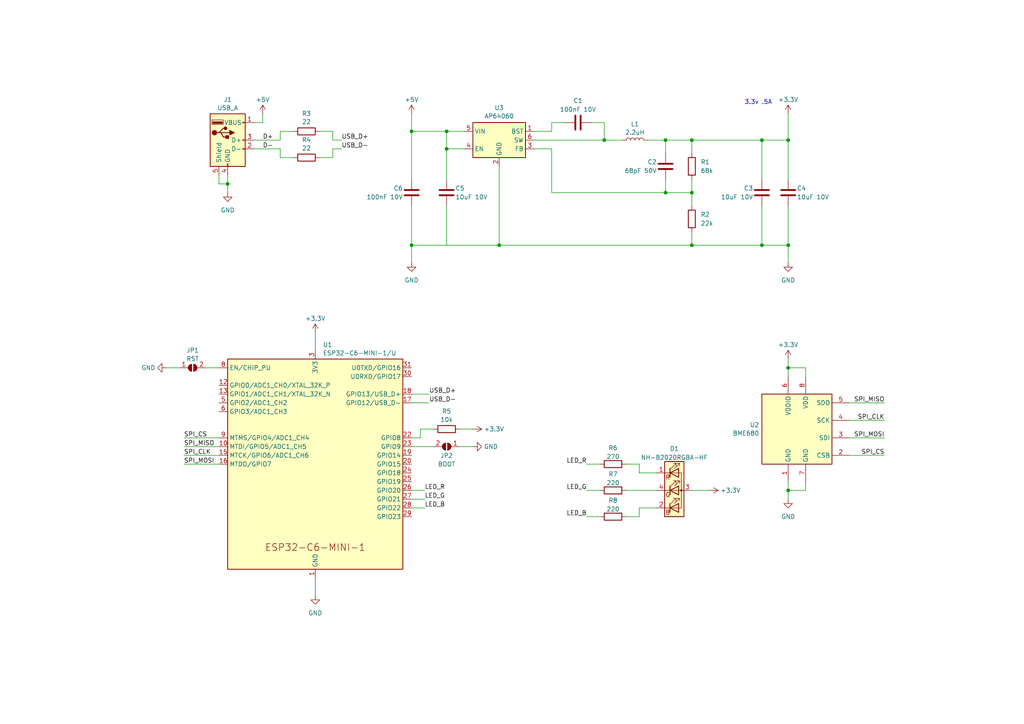
<source format=kicad_sch>
(kicad_sch (version 20230121) (generator eeschema)
  (paper "A4")
  (lib_symbols
    (symbol "Connector:USB_A" (pin_names (offset 1.016))
      (property "Reference" "J" (at -5.08 11.43 0))
      (property "Value" "USB_A" (at -5.08 8.89 0))
      (symbol "USB_A_0_1"
        (rectangle (start -5.08 -7.62) (end 5.08 7.62) (stroke (width 0.254)) (fill (type background)))
        (circle (center -3.81 2.159) (radius 0.635) (stroke (width 0.254)) (fill (type outline)))
        (rectangle (start -1.524 4.826) (end -4.318 5.334) (fill (type outline)))
        (rectangle (start -1.27 4.572) (end -4.572 5.842))
        (circle (center -0.635 3.429) (radius 0.381) (stroke (width 0.254)) (fill (type outline)))
        (rectangle (start -0.127 -7.62) (end 0.127 -6.858))
        (polyline (pts (xy -3.175 2.159) (xy -2.54 2.159) (xy -1.27 3.429) (xy -0.635 3.429)) (stroke (width 0.254)))
        (polyline (pts (xy -2.54 2.159) (xy -1.905 2.159) (xy -1.27 0.889) (xy 0 0.889)) (stroke (width 0.254)))
        (polyline (pts (xy 0.635 2.794) (xy 0.635 1.524) (xy 1.905 2.159) (xy 0.635 2.794)) (stroke (width 0.254)) (fill (type outline)))
        (rectangle (start 0.254 1.27) (end -0.508 0.508) (stroke (width 0.254)) (fill (type outline)))
        (rectangle (start 5.08 -2.667) (end 4.318 -2.413))
        (rectangle (start 5.08 -0.127) (end 4.318 0.127))
        (rectangle (start 5.08 4.953) (end 4.318 5.207))
      )
      (symbol "USB_A_1_1"
        (polyline (pts (xy -1.905 2.159) (xy 0.635 2.159)) (stroke (width 0.254)))
        (pin power_in line (at 7.62 5.08 180) (length 2.54) (name "VBUS") (number "1"))
        (pin bidirectional line (at 7.62 -2.54 180) (length 2.54) (name "D-") (number "2"))
        (pin bidirectional line (at 7.62 0 180) (length 2.54) (name "D+") (number "3"))
        (pin power_in line (at 0 -10.16 90) (length 2.54) (name "GND") (number "4"))
        (pin passive line (at -2.54 -10.16 90) (length 2.54) (name "Shield") (number "5"))
      )
    )
    (symbol "Device:C" (pin_numbers hide) (pin_names (offset 0.254))
      (property "Reference" "C" (at 0.635 2.54 0))
      (property "Value" "C" (at 0.635 -2.54 0))
      (symbol "C_0_1"
        (polyline (pts (xy -2.032 -0.762) (xy 2.032 -0.762)) (stroke (width 0.508)))
        (polyline (pts (xy -2.032 0.762) (xy 2.032 0.762)) (stroke (width 0.508)))
      )
      (symbol "C_1_1"
        (pin passive line (at 0 3.81 270) (length 2.794) (name "~") (number "1"))
        (pin passive line (at 0 -3.81 90) (length 2.794) (name "~") (number "2"))
      )
    )
    (symbol "Device:L" (pin_numbers hide) (pin_names (offset 1.016) hide)
      (property "Reference" "L" (at -1.27 0 90))
      (property "Value" "L" (at 1.905 0 90))
      (symbol "L_0_1"
        (arc (start 0 -2.54) (mid 0.6323 -1.905) (end 0 -1.27))
        (arc (start 0 -1.27) (mid 0.6323 -0.635) (end 0 0))
        (arc (start 0 0) (mid 0.6323 0.635) (end 0 1.27))
        (arc (start 0 1.27) (mid 0.6323 1.905) (end 0 2.54))
      )
      (symbol "L_1_1"
        (pin passive line (at 0 3.81 270) (length 1.27) (name "1") (number "1"))
        (pin passive line (at 0 -3.81 90) (length 1.27) (name "2") (number "2"))
      )
    )
    (symbol "Device:LED_RBAG" (pin_names (offset 0) hide)
      (property "Reference" "D" (at 0 9.398 0))
      (property "Value" "LED_RBAG" (at 0 -8.89 0))
      (symbol "LED_RBAG_0_0"
        (text "B" (at -1.905 -6.35 0) (effects (font (size 1.27 1.27))))
        (text "G" (at -1.905 -1.27 0) (effects (font (size 1.27 1.27))))
        (text "R" (at -1.905 3.81 0) (effects (font (size 1.27 1.27))))
      )
      (symbol "LED_RBAG_0_1"
        (polyline (pts (xy -1.27 -5.08) (xy -2.54 -5.08)))
        (polyline (pts (xy -1.27 -5.08) (xy 1.27 -5.08)))
        (polyline (pts (xy -1.27 -3.81) (xy -1.27 -6.35)) (stroke (width 0.254)))
        (polyline (pts (xy -1.27 0) (xy -2.54 0)))
        (polyline (pts (xy -1.27 1.27) (xy -1.27 -1.27)) (stroke (width 0.254)))
        (polyline (pts (xy -1.27 5.08) (xy -2.54 5.08)))
        (polyline (pts (xy -1.27 5.08) (xy 1.27 5.08)))
        (polyline (pts (xy -1.27 6.35) (xy -1.27 3.81)) (stroke (width 0.254)))
        (polyline (pts (xy 1.27 0) (xy -1.27 0)))
        (polyline (pts (xy 1.27 0) (xy 2.54 0)))
        (polyline (pts (xy -1.27 1.27) (xy -1.27 -1.27) (xy -1.27 -1.27)))
        (polyline (pts (xy -1.27 6.35) (xy -1.27 3.81) (xy -1.27 3.81)))
        (polyline (pts (xy 1.27 -5.08) (xy 2.032 -5.08) (xy 2.032 5.08) (xy 1.27 5.08)))
        (polyline (pts (xy 1.27 -3.81) (xy 1.27 -6.35) (xy -1.27 -5.08) (xy 1.27 -3.81)) (stroke (width 0.254)))
        (polyline (pts (xy 1.27 1.27) (xy 1.27 -1.27) (xy -1.27 0) (xy 1.27 1.27)) (stroke (width 0.254)))
        (polyline (pts (xy 1.27 6.35) (xy 1.27 3.81) (xy -1.27 5.08) (xy 1.27 6.35)) (stroke (width 0.254)))
        (polyline (pts (xy -1.016 -3.81) (xy 0.508 -2.286) (xy -0.254 -2.286) (xy 0.508 -2.286) (xy 0.508 -3.048)))
        (polyline (pts (xy -1.016 1.27) (xy 0.508 2.794) (xy -0.254 2.794) (xy 0.508 2.794) (xy 0.508 2.032)))
        (polyline (pts (xy -1.016 6.35) (xy 0.508 7.874) (xy -0.254 7.874) (xy 0.508 7.874) (xy 0.508 7.112)))
        (polyline (pts (xy 0 -3.81) (xy 1.524 -2.286) (xy 0.762 -2.286) (xy 1.524 -2.286) (xy 1.524 -3.048)))
        (polyline (pts (xy 0 1.27) (xy 1.524 2.794) (xy 0.762 2.794) (xy 1.524 2.794) (xy 1.524 2.032)))
        (polyline (pts (xy 0 6.35) (xy 1.524 7.874) (xy 0.762 7.874) (xy 1.524 7.874) (xy 1.524 7.112)))
        (rectangle (start 1.27 -1.27) (end 1.27 1.27))
        (rectangle (start 1.27 1.27) (end 1.27 1.27))
        (rectangle (start 1.27 3.81) (end 1.27 6.35))
        (rectangle (start 1.27 6.35) (end 1.27 6.35))
        (circle (center 2.032 0) (radius 0.254) (fill (type outline)))
        (rectangle (start 2.794 8.382) (end -2.794 -7.62) (stroke (width 0.254)) (fill (type background)))
      )
      (symbol "LED_RBAG_1_1"
        (pin passive line (at -5.08 5.08 0) (length 2.54) (name "RK") (number "1"))
        (pin passive line (at -5.08 -5.08 0) (length 2.54) (name "BK") (number "2"))
        (pin passive line (at 5.08 0 180) (length 2.54) (name "A") (number "3"))
        (pin passive line (at -5.08 0 0) (length 2.54) (name "GK") (number "4"))
      )
    )
    (symbol "Device:R" (pin_numbers hide) (pin_names (offset 0))
      (property "Reference" "R" (at 2.032 0 90))
      (property "Value" "R" (at 0 0 90))
      (symbol "R_0_1"
        (rectangle (start -1.016 -2.54) (end 1.016 2.54) (stroke (width 0.254)))
      )
      (symbol "R_1_1"
        (pin passive line (at 0 3.81 270) (length 1.27) (name "~") (number "1"))
        (pin passive line (at 0 -3.81 90) (length 1.27) (name "~") (number "2"))
      )
    )
    (symbol "Jumper:SolderJumper_2_Open" (pin_names (offset 0) hide)
      (property "Reference" "JP" (at 0 2.032 0))
      (property "Value" "SolderJumper_2_Open" (at 0 -2.54 0))
      (symbol "SolderJumper_2_Open_0_1"
        (arc (start -0.254 1.016) (mid -1.2656 0) (end -0.254 -1.016))
        (arc (start -0.254 1.016) (mid -1.2656 0) (end -0.254 -1.016) (fill (type outline)))
        (polyline (pts (xy -0.254 1.016) (xy -0.254 -1.016)))
        (polyline (pts (xy 0.254 1.016) (xy 0.254 -1.016)))
        (arc (start 0.254 -1.016) (mid 1.2656 0) (end 0.254 1.016))
        (arc (start 0.254 -1.016) (mid 1.2656 0) (end 0.254 1.016) (fill (type outline)))
      )
      (symbol "SolderJumper_2_Open_1_1"
        (pin passive line (at -3.81 0 0) (length 2.54) (name "A") (number "1"))
        (pin passive line (at 3.81 0 180) (length 2.54) (name "B") (number "2"))
      )
    )
    (symbol "PCM_Espressif:ESP32-C6-MINI-1/U"
      (property "Reference" "U" (at -25.4 35.56 0))
      (property "Value" "ESP32-C6-MINI-1/U" (at -25.4 33.02 0))
      (symbol "ESP32-C6-MINI-1/U_0_0"
        (text "ESP32-C6-MINI-1" (at 0 -24.13 0) (effects (font (size 2 2))))
      )
      (symbol "ESP32-C6-MINI-1/U_0_1"
        (rectangle (start -25.4 30.48) (end 25.4 -30.48) (stroke (width 0.254)) (fill (type background)))
      )
      (symbol "ESP32-C6-MINI-1/U_1_1"
        (pin power_in line (at 0 -33.02 90) (length 2.54) (name "GND") (number "1"))
        (pin bidirectional line (at -27.94 5.08 0) (length 2.54) (name "MTDI/GPIO5/ADC1_CH5") (number "10"))
        (pin passive line (at 0 -33.02 90) (length 2.54) hide (name "GND") (number "11"))
        (pin bidirectional line (at -27.94 22.86 0) (length 2.54) (name "GPIO0/ADC1_CH0/XTAL_32K_P") (number "12"))
        (pin bidirectional line (at -27.94 20.32 0) (length 2.54) (name "GPIO1/ADC1_CH1/XTAL_32K_N") (number "13"))
        (pin passive line (at 0 -33.02 90) (length 2.54) hide (name "GND") (number "14"))
        (pin bidirectional line (at -27.94 2.54 0) (length 2.54) (name "MTCK/GPIO6/ADC1_CH6") (number "15"))
        (pin bidirectional line (at -27.94 0 0) (length 2.54) (name "MTDO/GPIO7") (number "16"))
        (pin bidirectional line (at 27.94 17.78 180) (length 2.54) (name "GPIO12/USB_D-") (number "17"))
        (pin bidirectional line (at 27.94 20.32 180) (length 2.54) (name "GPIO13/USB_D+") (number "18"))
        (pin bidirectional line (at 27.94 2.54 180) (length 2.54) (name "GPIO14") (number "19"))
        (pin passive line (at 0 -33.02 90) (length 2.54) hide (name "GND") (number "2"))
        (pin bidirectional line (at 27.94 0 180) (length 2.54) (name "GPIO15") (number "20"))
        (pin no_connect line (at -25.4 -10.16 0) (length 2.54) hide (name "NC") (number "21"))
        (pin bidirectional line (at 27.94 7.62 180) (length 2.54) (name "GPIO8") (number "22"))
        (pin bidirectional line (at 27.94 5.08 180) (length 2.54) (name "GPIO9") (number "23"))
        (pin bidirectional line (at 27.94 -2.54 180) (length 2.54) (name "GPIO18") (number "24"))
        (pin bidirectional line (at 27.94 -5.08 180) (length 2.54) (name "GPIO19") (number "25"))
        (pin bidirectional line (at 27.94 -7.62 180) (length 2.54) (name "GPIO20") (number "26"))
        (pin bidirectional line (at 27.94 -10.16 180) (length 2.54) (name "GPIO21") (number "27"))
        (pin bidirectional line (at 27.94 -12.7 180) (length 2.54) (name "GPIO22") (number "28"))
        (pin bidirectional line (at 27.94 -15.24 180) (length 2.54) (name "GPIO23") (number "29"))
        (pin power_in line (at 0 33.02 270) (length 2.54) (name "3V3") (number "3"))
        (pin bidirectional line (at 27.94 25.4 180) (length 2.54) (name "U0RXD/GPIO17") (number "30"))
        (pin bidirectional line (at 27.94 27.94 180) (length 2.54) (name "U0TXD/GPIO16") (number "31"))
        (pin no_connect line (at -25.4 -12.7 0) (length 2.54) hide (name "NC") (number "32"))
        (pin no_connect line (at -25.4 -15.24 0) (length 2.54) hide (name "NC") (number "33"))
        (pin no_connect line (at -25.4 -17.78 0) (length 2.54) hide (name "NC") (number "34"))
        (pin no_connect line (at -25.4 -20.32 0) (length 2.54) hide (name "NC") (number "35"))
        (pin passive line (at 0 -33.02 90) (length 2.54) hide (name "GND") (number "36"))
        (pin passive line (at 0 -33.02 90) (length 2.54) hide (name "GND") (number "37"))
        (pin passive line (at 0 -33.02 90) (length 2.54) hide (name "GND") (number "38"))
        (pin passive line (at 0 -33.02 90) (length 2.54) hide (name "GND") (number "39"))
        (pin no_connect line (at -25.4 -5.08 0) (length 2.54) hide (name "NC") (number "4"))
        (pin passive line (at 0 -33.02 90) (length 2.54) hide (name "GND") (number "40"))
        (pin passive line (at 0 -33.02 90) (length 2.54) hide (name "GND") (number "41"))
        (pin passive line (at 0 -33.02 90) (length 2.54) hide (name "GND") (number "42"))
        (pin passive line (at 0 -33.02 90) (length 2.54) hide (name "GND") (number "43"))
        (pin passive line (at 0 -33.02 90) (length 2.54) hide (name "GND") (number "44"))
        (pin passive line (at 0 -33.02 90) (length 2.54) hide (name "GND") (number "45"))
        (pin passive line (at 0 -33.02 90) (length 2.54) hide (name "GND") (number "46"))
        (pin passive line (at 0 -33.02 90) (length 2.54) hide (name "GND") (number "47"))
        (pin passive line (at 0 -33.02 90) (length 2.54) hide (name "GND") (number "48"))
        (pin passive line (at 0 -33.02 90) (length 2.54) hide (name "GND") (number "49"))
        (pin bidirectional line (at -27.94 17.78 0) (length 2.54) (name "GPIO2/ADC1_CH2") (number "5"))
        (pin passive line (at 0 -33.02 90) (length 2.54) hide (name "GND") (number "50"))
        (pin passive line (at 0 -33.02 90) (length 2.54) hide (name "GND") (number "51"))
        (pin passive line (at 0 -33.02 90) (length 2.54) hide (name "GND") (number "52"))
        (pin passive line (at 0 -33.02 90) (length 2.54) hide (name "GND") (number "53"))
        (pin bidirectional line (at -27.94 15.24 0) (length 2.54) (name "GPIO3/ADC1_CH3") (number "6"))
        (pin no_connect line (at -25.4 -7.62 0) (length 2.54) hide (name "NC") (number "7"))
        (pin input line (at -27.94 27.94 0) (length 2.54) (name "EN/CHIP_PU") (number "8"))
        (pin bidirectional line (at -27.94 7.62 0) (length 2.54) (name "MTMS/GPIO4/ADC1_CH4") (number "9"))
      )
    )
    (symbol "Sensor:BME680"
      (property "Reference" "U" (at -8.89 11.43 0))
      (property "Value" "BME680" (at 7.62 11.43 0))
      (symbol "BME680_0_1"
        (rectangle (start -10.16 10.16) (end 10.16 -10.16) (stroke (width 0.254)) (fill (type background)))
      )
      (symbol "BME680_1_1"
        (pin power_in line (at -2.54 -15.24 90) (length 5.08) (name "GND") (number "1"))
        (pin input line (at 15.24 -7.62 180) (length 5.08) (name "CSB") (number "2"))
        (pin bidirectional line (at 15.24 -2.54 180) (length 5.08) (name "SDI") (number "3"))
        (pin input line (at 15.24 2.54 180) (length 5.08) (name "SCK") (number "4"))
        (pin bidirectional line (at 15.24 7.62 180) (length 5.08) (name "SDO") (number "5"))
        (pin power_in line (at -2.54 15.24 270) (length 5.08) (name "VDDIO") (number "6"))
        (pin power_in line (at 2.54 -15.24 90) (length 5.08) (name "GND") (number "7"))
        (pin power_in line (at 2.54 15.24 270) (length 5.08) (name "VDD") (number "8"))
      )
    )
    (symbol "power:+3.3V" (power) (pin_names (offset 0))
      (property "Value" "+3.3V" (at 0 3.556 0))
      (symbol "+3.3V_0_1"
        (polyline (pts (xy -0.762 1.27) (xy 0 2.54)))
        (polyline (pts (xy 0 0) (xy 0 2.54)))
        (polyline (pts (xy 0 2.54) (xy 0.762 1.27)))
      )
      (symbol "+3.3V_1_1"
        (pin power_in line (at 0 0 90) (length 0) hide (name "+3.3V") (number "1"))
      )
    )
    (symbol "power:+5V" (power) (pin_names (offset 0))
      (property "Value" "+5V" (at 0 3.556 0))
      (symbol "+5V_0_1"
        (polyline (pts (xy -0.762 1.27) (xy 0 2.54)))
        (polyline (pts (xy 0 0) (xy 0 2.54)))
        (polyline (pts (xy 0 2.54) (xy 0.762 1.27)))
      )
      (symbol "+5V_1_1"
        (pin power_in line (at 0 0 90) (length 0) hide (name "+5V") (number "1"))
      )
    )
    (symbol "power:GND" (power) (pin_names (offset 0))
      (property "Value" "GND" (at 0 -3.81 0))
      (symbol "GND_0_1"
        (polyline (pts (xy 0 0) (xy 0 -1.27) (xy 1.27 -1.27) (xy 0 -2.54) (xy -1.27 -1.27) (xy 0 -1.27)))
      )
      (symbol "GND_1_1"
        (pin power_in line (at 0 0 270) (length 0) hide (name "GND") (number "1"))
      )
    )
    (symbol "qtech:AP64060"
      (property "Reference" "U" (at 0 8.89 0))
      (property "Value" "AP64060" (at 0 6.35 0))
      (symbol "AP64060_0_0"
        (text "" (at 0 5.08 0) (effects (font (size 1.27 1.27))))
      )
      (symbol "AP64060_0_1"
        (rectangle (start -7.62 5.08) (end 7.62 -5.08) (stroke (width 0.254)) (fill (type background)))
      )
      (symbol "AP64060_1_1"
        (pin passive line (at 10.16 2.54 180) (length 2.54) (name "BST") (number "1"))
        (pin power_in line (at 0 -7.62 90) (length 2.54) (name "GND") (number "2"))
        (pin input line (at 10.16 -2.54 180) (length 2.54) (name "FB") (number "3"))
        (pin input line (at -10.16 -2.54 0) (length 2.54) (name "EN") (number "4"))
        (pin power_in line (at -10.16 2.54 0) (length 2.54) (name "VIN") (number "5"))
        (pin output line (at 10.16 0 180) (length 2.54) (name "SW") (number "6"))
      )
    )
  )
  (junction (at 193.04 55.88))
  (junction (at 228.6 71.12))
  (junction (at 220.98 71.12))
  (junction (at 228.6 142.24))
  (junction (at 129.54 38.1))
  (junction (at 220.98 40.64))
  (junction (at 228.6 106.68))
  (junction (at 193.04 40.64))
  (junction (at 66.04 53.34))
  (junction (at 119.38 71.12))
  (junction (at 200.66 55.88))
  (junction (at 119.38 38.1))
  (junction (at 200.66 40.64))
  (junction (at 144.78 71.12))
  (junction (at 200.66 71.12))
  (junction (at 129.54 43.18))
  (junction (at 228.6 40.64))
  (junction (at 175.26 40.64))
  (wire (pts (xy 91.44 96.52) (xy 91.44 101.6)))
  (wire (pts (xy 96.52 38.1) (xy 96.52 40.64)))
  (wire (pts (xy 144.78 48.26) (xy 144.78 71.12)))
  (wire (pts (xy 228.6 59.69) (xy 228.6 71.12)))
  (wire (pts (xy 233.68 106.68) (xy 233.68 109.22)))
  (wire (pts (xy 170.18 142.24) (xy 173.99 142.24)))
  (wire (pts (xy 228.6 76.2) (xy 228.6 71.12)))
  (wire (pts (xy 121.92 127) (xy 121.92 124.46)))
  (wire (pts (xy 81.28 45.72) (xy 81.28 43.18)))
  (wire (pts (xy 228.6 40.64) (xy 228.6 52.07)))
  (wire (pts (xy 171.45 35.56) (xy 175.26 35.56)))
  (wire (pts (xy 81.28 45.72) (xy 85.09 45.72)))
  (wire (pts (xy 154.94 40.64) (xy 175.26 40.64)))
  (wire (pts (xy 63.5 50.8) (xy 63.5 53.34)))
  (wire (pts (xy 256.54 127) (xy 246.38 127)))
  (wire (pts (xy 92.71 45.72) (xy 96.52 45.72)))
  (wire (pts (xy 228.6 144.78) (xy 228.6 142.24)))
  (wire (pts (xy 154.94 43.18) (xy 160.02 43.18)))
  (wire (pts (xy 175.26 35.56) (xy 175.26 40.64)))
  (wire (pts (xy 63.5 53.34) (xy 66.04 53.34)))
  (wire (pts (xy 256.54 116.84) (xy 246.38 116.84)))
  (wire (pts (xy 200.66 55.88) (xy 200.66 52.07)))
  (wire (pts (xy 81.28 43.18) (xy 73.66 43.18)))
  (wire (pts (xy 81.28 40.64) (xy 73.66 40.64)))
  (wire (pts (xy 73.66 35.56) (xy 76.2 35.56)))
  (wire (pts (xy 53.34 132.08) (xy 63.5 132.08)))
  (wire (pts (xy 220.98 40.64) (xy 228.6 40.64)))
  (wire (pts (xy 119.38 38.1) (xy 129.54 38.1)))
  (wire (pts (xy 53.34 134.62) (xy 63.5 134.62)))
  (wire (pts (xy 53.34 127) (xy 63.5 127)))
  (wire (pts (xy 123.19 144.78) (xy 119.38 144.78)))
  (wire (pts (xy 193.04 55.88) (xy 200.66 55.88)))
  (wire (pts (xy 137.16 129.54) (xy 133.35 129.54)))
  (wire (pts (xy 119.38 33.02) (xy 119.38 38.1)))
  (wire (pts (xy 48.26 106.68) (xy 52.07 106.68)))
  (wire (pts (xy 160.02 35.56) (xy 163.83 35.56)))
  (wire (pts (xy 185.42 137.16) (xy 190.5 137.16)))
  (wire (pts (xy 185.42 147.32) (xy 190.5 147.32)))
  (wire (pts (xy 96.52 45.72) (xy 96.52 43.18)))
  (wire (pts (xy 185.42 134.62) (xy 185.42 137.16)))
  (wire (pts (xy 228.6 142.24) (xy 233.68 142.24)))
  (wire (pts (xy 175.26 40.64) (xy 180.34 40.64)))
  (wire (pts (xy 119.38 76.2) (xy 119.38 71.12)))
  (wire (pts (xy 129.54 38.1) (xy 134.62 38.1)))
  (wire (pts (xy 119.38 116.84) (xy 124.46 116.84)))
  (wire (pts (xy 129.54 43.18) (xy 134.62 43.18)))
  (wire (pts (xy 119.38 127) (xy 121.92 127)))
  (wire (pts (xy 133.35 124.46) (xy 137.16 124.46)))
  (wire (pts (xy 119.38 38.1) (xy 119.38 52.07)))
  (wire (pts (xy 256.54 132.08) (xy 246.38 132.08)))
  (wire (pts (xy 119.38 59.69) (xy 119.38 71.12)))
  (wire (pts (xy 53.34 129.54) (xy 63.5 129.54)))
  (wire (pts (xy 185.42 149.86) (xy 185.42 147.32)))
  (wire (pts (xy 200.66 142.24) (xy 205.74 142.24)))
  (wire (pts (xy 91.44 172.72) (xy 91.44 167.64)))
  (wire (pts (xy 220.98 71.12) (xy 200.66 71.12)))
  (wire (pts (xy 220.98 59.69) (xy 220.98 71.12)))
  (wire (pts (xy 119.38 71.12) (xy 144.78 71.12)))
  (wire (pts (xy 228.6 106.68) (xy 233.68 106.68)))
  (wire (pts (xy 181.61 142.24) (xy 190.5 142.24)))
  (wire (pts (xy 200.66 55.88) (xy 200.66 59.69)))
  (wire (pts (xy 200.66 44.45) (xy 200.66 40.64)))
  (wire (pts (xy 160.02 35.56) (xy 160.02 38.1)))
  (wire (pts (xy 193.04 52.07) (xy 193.04 55.88)))
  (wire (pts (xy 228.6 106.68) (xy 228.6 109.22)))
  (wire (pts (xy 170.18 149.86) (xy 173.99 149.86)))
  (wire (pts (xy 123.19 147.32) (xy 119.38 147.32)))
  (wire (pts (xy 181.61 149.86) (xy 185.42 149.86)))
  (wire (pts (xy 187.96 40.64) (xy 193.04 40.64)))
  (wire (pts (xy 59.69 106.68) (xy 63.5 106.68)))
  (wire (pts (xy 125.73 129.54) (xy 119.38 129.54)))
  (wire (pts (xy 220.98 40.64) (xy 220.98 52.07)))
  (wire (pts (xy 228.6 33.02) (xy 228.6 40.64)))
  (wire (pts (xy 200.66 67.31) (xy 200.66 71.12)))
  (wire (pts (xy 193.04 40.64) (xy 200.66 40.64)))
  (wire (pts (xy 66.04 53.34) (xy 66.04 50.8)))
  (wire (pts (xy 144.78 71.12) (xy 200.66 71.12)))
  (wire (pts (xy 154.94 38.1) (xy 160.02 38.1)))
  (wire (pts (xy 129.54 43.18) (xy 129.54 38.1)))
  (wire (pts (xy 170.18 134.62) (xy 173.99 134.62)))
  (wire (pts (xy 160.02 43.18) (xy 160.02 55.88)))
  (wire (pts (xy 256.54 121.92) (xy 246.38 121.92)))
  (wire (pts (xy 233.68 142.24) (xy 233.68 139.7)))
  (wire (pts (xy 121.92 124.46) (xy 125.73 124.46)))
  (wire (pts (xy 123.19 142.24) (xy 119.38 142.24)))
  (wire (pts (xy 181.61 134.62) (xy 185.42 134.62)))
  (wire (pts (xy 92.71 38.1) (xy 96.52 38.1)))
  (wire (pts (xy 129.54 59.69) (xy 129.54 71.12)))
  (wire (pts (xy 96.52 43.18) (xy 99.06 43.18)))
  (wire (pts (xy 200.66 40.64) (xy 220.98 40.64)))
  (wire (pts (xy 228.6 142.24) (xy 228.6 139.7)))
  (wire (pts (xy 228.6 104.14) (xy 228.6 106.68)))
  (wire (pts (xy 76.2 33.02) (xy 76.2 35.56)))
  (wire (pts (xy 193.04 40.64) (xy 193.04 44.45)))
  (wire (pts (xy 119.38 114.3) (xy 124.46 114.3)))
  (wire (pts (xy 129.54 52.07) (xy 129.54 43.18)))
  (wire (pts (xy 81.28 38.1) (xy 81.28 40.64)))
  (wire (pts (xy 96.52 40.64) (xy 99.06 40.64)))
  (wire (pts (xy 66.04 55.88) (xy 66.04 53.34)))
  (wire (pts (xy 228.6 71.12) (xy 220.98 71.12)))
  (wire (pts (xy 160.02 55.88) (xy 193.04 55.88)))
  (wire (pts (xy 81.28 38.1) (xy 85.09 38.1)))
  (text "3.3v .5A" (at 215.9 30.48 0) (effects (font (size 1.27 1.27)) (justify left bottom)))
  (label "SPI_MISO" (at 53.34 129.54 0))
  (label "SPI_CLK" (at 256.54 121.92 180))
  (label "USB_D+" (at 124.46 114.3 0))
  (label "LED_R" (at 123.19 142.24 0))
  (label "SPI_MISO" (at 256.54 116.84 180))
  (label "LED_R" (at 170.18 134.62 180))
  (label "D+" (at 76.2 40.64 0))
  (label "SPI_CS" (at 53.34 127 0))
  (label "SPI_MOSI" (at 256.54 127 180))
  (label "SPI_CS" (at 256.54 132.08 180))
  (label "SPI_MOSI" (at 53.34 134.62 0))
  (label "LED_G" (at 170.18 142.24 180))
  (label "LED_B" (at 170.18 149.86 180))
  (label "SPI_CLK" (at 53.34 132.08 0))
  (label "D-" (at 76.2 43.18 0))
  (label "LED_G" (at 123.19 144.78 0))
  (label "USB_D-" (at 99.06 43.18 0))
  (label "USB_D-" (at 124.46 116.84 0))
  (label "USB_D+" (at 99.06 40.64 0))
  (label "LED_B" (at 123.19 147.32 0))
  (symbol (lib_id "Device:C") (at 119.38 55.88 0) (mirror y) (unit 1)
    (property "Reference" "C6" (at 116.84 54.61 0) (effects (justify left)))
    (property "Value" "100nF 10V" (at 116.84 57.15 0) (effects (justify left)))
    (property "Footprint" "Capacitor_SMD:C_0603_1608Metric" (effects hide))
    (property "Mfr#" "GCM31CR71A226KE02L" (effects hide))
    (property "Digikey" "https://www.digikey.com/en/products/detail/samsung-electro-mechanics/CL10B104KB8NNWC/3887593" (effects hide))
  )
  (symbol (lib_id "Jumper:SolderJumper_2_Open") (at 55.88 106.68 0) (unit 1)
    (property "Reference" "JP1" (at 55.88 101.6 0))
    (property "Value" "RST" (at 55.88 104.0709 0))
    (property "Footprint" "Jumper:SolderJumper-2_P1.3mm_Open_RoundedPad1.0x1.5mm" (effects hide))
    (property "Digikey" "N/A" (effects hide))
  )
  (symbol (lib_id "power:GND") (at 91.44 172.72 0) (unit 1)
    (property "Reference" "#PWR010" (effects hide))
    (property "Value" "GND" (at 91.44 177.8 0))
  )
  (symbol (lib_id "Connector:USB_A") (at 66.04 40.64 0) (unit 1)
    (property "Reference" "J1" (at 66.04 28.8757 0))
    (property "Value" "USB_A" (at 66.04 31.2999 0))
    (property "Footprint" "Connector_PinHeader_1.00mm:PinHeader_1x04_P1.00mm_Vertical" (effects hide))
    (property "Datasheet" " ~" (effects hide))
    (property "Digikey" "https://www.digikey.com/en/products/detail/cui-devices/UP2-AH-1-TH/6187911" (effects hide))
  )
  (symbol (lib_id "Device:R") (at 200.66 48.26 0) (unit 1)
    (property "Reference" "R1" (at 203.2 46.99 0) (effects (justify left)))
    (property "Value" "68k" (at 203.2 49.53 0) (effects (justify left)))
    (property "Footprint" "Resistor_SMD:R_0603_1608Metric" (effects hide))
    (property "Digikey" "https://www.digikey.com/en/products/detail/stackpole-electronics-inc/RMCF0603FT68K0/1760882" (effects hide))
  )
  (symbol (lib_id "PCM_Espressif:ESP32-C6-MINI-1/U") (at 91.44 134.62 0) (unit 1)
    (property "Reference" "U1" (at 93.6341 99.9957 0) (effects (justify left)))
    (property "Value" "ESP32-C6-MINI-1/U" (at 93.6341 102.4199 0) (effects (justify left)))
    (property "Footprint" "PCM_Espressif:ESP32-C6-MINI-1" (effects hide))
    (property "Datasheet" "https://www.espressif.com/sites/default/files/documentation/esp32-c6-mini-1_datasheet_en.pdf" (effects hide))
    (property "Digikey" "https://www.digikey.com/en/products/detail/espressif-systems/ESP32-C6-MINI-1-N4/17885796" (effects hide))
  )
  (symbol (lib_id "Device:R") (at 88.9 45.72 270) (unit 1)
    (property "Reference" "R4" (at 88.9 40.5597 90))
    (property "Value" "22" (at 88.9 42.9839 90))
    (property "Footprint" "Resistor_SMD:R_0402_1005Metric" (effects hide))
    (property "Digikey" "https://www.digikey.com/en/products/detail/bourns-inc/CR0402-JW-220GLF/3783589" (effects hide))
  )
  (symbol (lib_id "Device:C") (at 129.54 55.88 0) (unit 1)
    (property "Reference" "C5" (at 132.08 54.61 0) (effects (justify left)))
    (property "Value" "10uF 10V" (at 132.08 57.15 0) (effects (justify left)))
    (property "Footprint" "Capacitor_SMD:C_0603_1608Metric" (effects hide))
    (property "Mfr#" "GCM31CR71A226KE02L" (effects hide))
    (property "Digikey" "https://www.digikey.com/en/products/detail/murata-electronics/GRM188R61A106ME69D/5027560" (effects hide))
  )
  (symbol (lib_id "power:GND") (at 228.6 144.78 0) (unit 1)
    (property "Reference" "#PWR013" (effects hide))
    (property "Value" "GND" (at 228.6 149.86 0))
  )
  (symbol (lib_id "power:GND") (at 228.6 76.2 0) (unit 1)
    (property "Reference" "#PWR04" (effects hide))
    (property "Value" "GND" (at 228.6 81.28 0))
  )
  (symbol (lib_id "Device:R") (at 177.8 149.86 90) (unit 1)
    (property "Reference" "R8" (at 177.8 145.1442 90))
    (property "Value" "220" (at 177.8 147.6811 90))
    (property "Footprint" "Resistor_SMD:R_0402_1005Metric" (effects hide))
    (property "Digikey" "https://www.digikey.com/en/products/detail/bourns-inc/CR0402-JW-221GLF/3724075" (effects hide))
  )
  (symbol (lib_id "qtech:AP64060") (at 144.78 40.64 0) (unit 1)
    (property "Reference" "U3" (at 144.78 31.2641 0))
    (property "Value" "AP64060" (at 144.78 33.6883 0))
    (property "Footprint" "Package_SO:TSOP-6_1.65x3.05mm_P0.95mm" (effects hide))
    (property "Datasheet" "https://www.mouser.com/datasheet/2/115/AP64060Q-3103602.pdf" (effects hide))
    (property "Digikey" "https://www.digikey.com/en/products/detail/diodes-incorporated/AP64060QWU-7/16186480" (effects hide))
  )
  (symbol (lib_id "power:+5V") (at 119.38 33.02 0) (unit 1)
    (property "Reference" "#PWR03" (effects hide))
    (property "Value" "+5V" (at 119.38 28.8869 0))
  )
  (symbol (lib_id "power:+3.3V") (at 228.6 33.02 0) (unit 1)
    (property "Reference" "#PWR011" (effects hide))
    (property "Value" "+3.3V" (at 228.6 28.8869 0))
  )
  (symbol (lib_id "power:+3.3V") (at 137.16 124.46 270) (unit 1)
    (property "Reference" "#PWR07" (effects hide))
    (property "Value" "+3.3V" (at 140.335 124.46 90) (effects (justify left)))
  )
  (symbol (lib_id "Sensor:BME680") (at 231.14 124.46 0) (unit 1)
    (property "Reference" "U2" (at 220.2181 123.2479 0) (effects (justify right)))
    (property "Value" "BME680" (at 220.2181 125.6721 0) (effects (justify right)))
    (property "Footprint" "Package_LGA:Bosch_LGA-8_3x3mm_P0.8mm_ClockwisePinNumbering" (effects hide))
    (property "Datasheet" "https://ae-bst.resource.bosch.com/media/_tech/media/datasheets/BST-BME680-DS001.pdf" (effects hide))
    (property "Digikey" "https://www.digikey.com/en/products/detail/bosch-sensortec/BME680/7401317" (effects hide))
  )
  (symbol (lib_id "Device:R") (at 129.54 124.46 90) (unit 1)
    (property "Reference" "R5" (at 129.54 119.2997 90))
    (property "Value" "10k" (at 129.54 121.7239 90))
    (property "Footprint" "Resistor_SMD:R_0402_1005Metric" (effects hide))
    (property "Digikey" "https://www.digikey.com/en/products/detail/bourns-inc/CR0402-JW-103GLF/3740981" (effects hide))
  )
  (symbol (lib_id "Device:C") (at 220.98 55.88 0) (mirror y) (unit 1)
    (property "Reference" "C3" (at 218.44 54.61 0) (effects (justify left)))
    (property "Value" "10uF 10V" (at 218.44 57.15 0) (effects (justify left)))
    (property "Footprint" "Capacitor_SMD:C_0603_1608Metric" (effects hide))
    (property "Mfr#" "GCM31CR71A226KE02L" (effects hide))
    (property "Digikey" "https://www.digikey.com/en/products/detail/murata-electronics/GRM188R61A106ME69D/5027560" (effects hide))
  )
  (symbol (lib_id "Device:C") (at 167.64 35.56 90) (unit 1)
    (property "Reference" "C1" (at 167.64 29.21 90))
    (property "Value" "100nF 10V" (at 167.64 31.75 90))
    (property "Footprint" "Capacitor_SMD:C_0402_1005Metric" (effects hide))
    (property "Mfr#" "CL05B104KA54PNC" (effects hide))
    (property "Digikey" "https://www.digikey.com/en/products/detail/kyocera-avx/KGM05AR71C104KH/3080100" (effects hide))
  )
  (symbol (lib_id "power:+3.3V") (at 205.74 142.24 270) (unit 1)
    (property "Reference" "#PWR015" (effects hide))
    (property "Value" "+3.3V" (at 208.915 142.24 90) (effects (justify left)))
  )
  (symbol (lib_id "Device:L") (at 184.15 40.64 90) (unit 1)
    (property "Reference" "L1" (at 184.15 35.9904 90))
    (property "Value" "2.2uH" (at 184.15 38.4146 90))
    (property "Footprint" "Inductor_SMD:L_Murata_DFE201610P" (effects hide))
    (property "Digikey" "https://www.digikey.com/en/products/detail/murata-electronics/DFE201612E-2R2M-P2/9815901" (effects hide))
  )
  (symbol (lib_id "Device:C") (at 228.6 55.88 0) (unit 1)
    (property "Reference" "C4" (at 231.14 54.61 0) (effects (justify left)))
    (property "Value" "10uF 10V" (at 231.14 57.15 0) (effects (justify left)))
    (property "Footprint" "Capacitor_SMD:C_0603_1608Metric" (effects hide))
    (property "Mfr#" "GCM31CR71A226KE02L" (effects hide))
    (property "Digikey" "https://www.digikey.com/en/products/detail/murata-electronics/GRM188R61A106ME69D/5027560" (effects hide))
  )
  (symbol (lib_id "power:+5V") (at 76.2 33.02 0) (unit 1)
    (property "Reference" "#PWR05" (effects hide))
    (property "Value" "+5V" (at 76.2 28.8869 0))
  )
  (symbol (lib_id "Device:R") (at 177.8 142.24 90) (unit 1)
    (property "Reference" "R7" (at 177.8 137.5242 90))
    (property "Value" "220" (at 177.8 140.0611 90))
    (property "Footprint" "Resistor_SMD:R_0402_1005Metric" (effects hide))
    (property "Digikey" "https://www.digikey.com/en/products/detail/bourns-inc/CR0402-JW-221GLF/3724075" (effects hide))
  )
  (symbol (lib_id "Device:R") (at 177.8 134.62 90) (unit 1)
    (property "Reference" "R6" (at 177.8 129.9042 90))
    (property "Value" "270" (at 177.8 132.4411 90))
    (property "Footprint" "Resistor_SMD:R_0402_1005Metric" (effects hide))
    (property "Digikey" "https://www.digikey.com/en/products/detail/bourns-inc/CR0402-JW-271GLF/3783598" (effects hide))
  )
  (symbol (lib_id "Device:C") (at 193.04 48.26 0) (mirror y) (unit 1)
    (property "Reference" "C2" (at 190.5 46.99 0) (effects (justify left)))
    (property "Value" "68pF 50V" (at 190.5 49.53 0) (effects (justify left)))
    (property "Footprint" "Capacitor_SMD:C_0603_1608Metric" (effects hide))
    (property "Mfr#" "GCM1555C1H680JA16D" (effects hide))
    (property "Digikey" "https://www.digikey.com/en/products/detail/samsung-electro-mechanics/CL10C680JB8NNNC/3886793" (effects hide))
  )
  (symbol (lib_id "Device:R") (at 88.9 38.1 90) (unit 1)
    (property "Reference" "R3" (at 88.9 32.9397 90))
    (property "Value" "22" (at 88.9 35.3639 90))
    (property "Footprint" "Resistor_SMD:R_0402_1005Metric" (effects hide))
    (property "Digikey" "https://www.digikey.com/en/products/detail/bourns-inc/CR0402-JW-220GLF/3783589" (effects hide))
  )
  (symbol (lib_id "power:GND") (at 66.04 55.88 0) (unit 1)
    (property "Reference" "#PWR06" (effects hide))
    (property "Value" "GND" (at 66.04 60.96 0))
  )
  (symbol (lib_id "power:GND") (at 137.16 129.54 90) (unit 1)
    (property "Reference" "#PWR09" (effects hide))
    (property "Value" "GND" (at 140.3349 129.54 90) (effects (justify right)))
  )
  (symbol (lib_id "power:GND") (at 119.38 76.2 0) (unit 1)
    (property "Reference" "#PWR02" (effects hide))
    (property "Value" "GND" (at 119.38 81.28 0))
  )
  (symbol (lib_id "power:+3.3V") (at 91.44 96.52 0) (unit 1)
    (property "Reference" "#PWR01" (effects hide))
    (property "Value" "+3.3V" (at 91.44 92.3869 0))
  )
  (symbol (lib_id "Device:R") (at 200.66 63.5 0) (unit 1)
    (property "Reference" "R2" (at 203.2 62.23 0) (effects (justify left)))
    (property "Value" "22k" (at 203.2 64.77 0) (effects (justify left)))
    (property "Footprint" "Resistor_SMD:R_0603_1608Metric" (effects hide))
    (property "Digikey" "https://www.digikey.com/en/products/detail/stackpole-electronics-inc/RMCF0603FG22K0/6053779" (effects hide))
  )
  (symbol (lib_id "Device:LED_RBAG") (at 195.58 142.24 0) (unit 1)
    (property "Reference" "D1" (at 195.58 130.1582 0))
    (property "Value" "NH-B2020RGBA-HF" (at 195.58 132.6951 0))
    (property "Footprint" "qtech:LED_RGB_2518" (effects hide))
    (property "Digikey" "https://www.lcsc.com/product-detail/Light-Emitting-Diodes-LED_Foshan-NationStar-Optoelectronics-NH-B2020RGBA-HF_C2874116.html" (effects hide))
  )
  (symbol (lib_id "Jumper:SolderJumper_2_Open") (at 129.54 129.54 180) (unit 1)
    (property "Reference" "JP2" (at 129.54 132.1491 0))
    (property "Value" "BOOT" (at 129.54 134.62 0))
    (property "Footprint" "Jumper:SolderJumper-2_P1.3mm_Open_RoundedPad1.0x1.5mm" (effects hide))
    (property "Digikey" "N/A" (effects hide))
  )
  (symbol (lib_id "power:+3.3V") (at 228.6 104.14 0) (unit 1)
    (property "Reference" "#PWR012" (effects hide))
    (property "Value" "+3.3V" (at 228.6 100.0069 0))
  )
  (symbol (lib_id "power:GND") (at 48.26 106.68 270) (unit 1)
    (property "Reference" "#PWR08" (effects hide))
    (property "Value" "GND" (at 45.0851 106.68 90) (effects (justify right)))
  )
)
</source>
